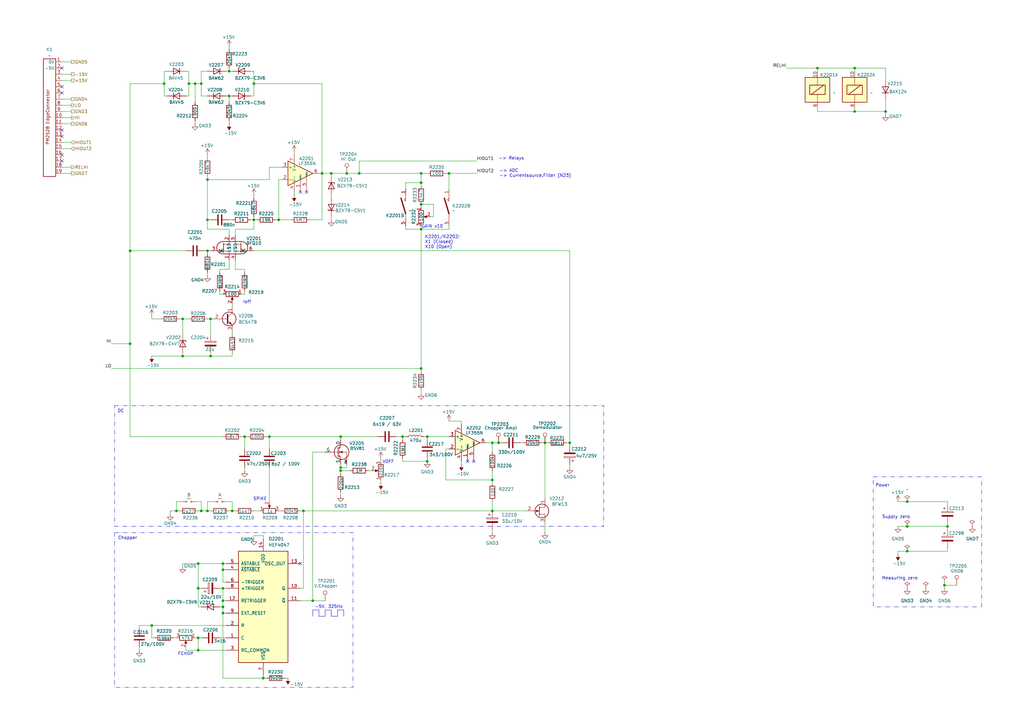
<source format=kicad_sch>
(kicad_sch (version 20250114) (generator "eeschema") (generator_version "9.0")
  (paper "A3")
  (title_block (title "Philips PM2528 - N22 (DC Amplifier)") (date "2025-05-23") (rev "1.1"))
  (rectangle (start 46.99 166.37) (end 247.65 215.9) (stroke (width 0) (type dash_dot_dot)))
  (rectangle (start 46.99 218.44) (end 144.78 281.94) (stroke (width 0) (type dash_dot_dot)))
  (rectangle (start 358.14 195.58) (end 402.59 248.92) (stroke (width 0) (type dash_dot_dot)))
  (text "-> Relays" (at 204.47 65.024 0) (effects (font (size 1.27 1.27)) (justify left)))
  (text "-> ADC\n-> Currentsource.Filter (N23)\n" (at 204.724 71.12 0) (effects (font (size 1.27 1.27)) (justify left)))
  (text "FCHOP" (at 76.2 268.224 0) (effects (font (size 1.27 1.27))))
  (text "SPIKE" (at 106.68 204.724 0) (effects (font (size 1.27 1.27))))
  (text "Supply zero" (at 367.538 212.09 0) (effects (font (size 1.27 1.27))))
  (text "GAIN x10" (at 177.292 92.964 0) (effects (font (size 1.27 1.27))))
  (text "DC" (at 49.53 168.656 0) (effects (font (size 1.27 1.27))))
  (text "K2201/K2202:\nX1 (Closed)\nX10 (Open)" (at 174.244 99.314 0) (effects (font (size 1.27 1.27)) (justify left)))
  (text "VOFF" (at 159.258 189.484 0) (effects (font (size 1.27 1.27))))
  (text "Chopper" (at 52.324 220.726 0) (effects (font (size 1.27 1.27))))
  (text "-5V, 325Hz" (at 134.874 248.92 0) (effects (font (size 1.27 1.27))))
  (text "Power" (at 361.95 199.136 0) (effects (font (size 1.27 1.27))))
  (text "Measuring zero" (at 369.062 237.236 0) (effects (font (size 1.27 1.27))))
  (text "Ioff" (at 101.346 123.952 0) (effects (font (size 1.27 1.27))))
  (junction (at 201.93 196.85))
  (junction (at 335.28 27.94))
  (junction (at 387.35 240.03))
  (junction (at 172.72 74.93))
  (junction (at 350.52 45.72))
  (junction (at 67.31 34.29))
  (junction (at 81.28 231.14))
  (junction (at 100.33 179.07))
  (junction (at 363.22 45.72))
  (junction (at 53.34 140.97))
  (junction (at 91.44 251.46))
  (junction (at 110.49 179.07))
  (junction (at 114.3 90.17))
  (junction (at 91.44 248.92))
  (junction (at 147.32 71.12))
  (junction (at 139.7 191.77))
  (junction (at 201.93 209.55))
  (junction (at 93.98 39.37))
  (junction (at 372.11 215.9))
  (junction (at 132.08 71.12))
  (junction (at 201.93 181.61))
  (junction (at 80.01 34.29))
  (junction (at 139.7 179.07))
  (junction (at 85.09 209.55))
  (junction (at 53.34 102.87))
  (junction (at 139.7 193.04))
  (junction (at 93.98 29.21))
  (junction (at 172.72 83.82))
  (junction (at 107.95 278.13))
  (junction (at 135.89 71.12))
  (junction (at 62.23 256.54))
  (junction (at 95.25 209.55))
  (junction (at 142.24 71.12))
  (junction (at 91.44 246.38))
  (junction (at 372.11 226.06))
  (junction (at 172.72 93.98))
  (junction (at 82.55 34.29))
  (junction (at 91.44 233.68))
  (junction (at 204.47 181.61))
  (junction (at 81.28 241.3))
  (junction (at 175.26 179.07))
  (junction (at 86.36 146.05))
  (junction (at 85.09 102.87))
  (junction (at 124.46 209.55))
  (junction (at 85.09 90.17))
  (junction (at 388.62 215.9))
  (junction (at 223.52 181.61))
  (junction (at 74.93 146.05))
  (junction (at 372.11 205.74))
  (junction (at 81.28 261.62))
  (junction (at 91.44 241.3))
  (junction (at 85.09 73.66))
  (junction (at 104.14 34.29))
  (junction (at 86.36 130.81))
  (junction (at 104.14 90.17))
  (junction (at 91.44 231.14))
  (junction (at 233.68 181.61))
  (junction (at 72.39 209.55))
  (junction (at 350.52 27.94))
  (junction (at 81.28 266.7))
  (junction (at 175.26 189.23))
  (junction (at 77.47 34.29))
  (junction (at 184.15 71.12))
  (junction (at 128.27 246.38))
  (junction (at 172.72 151.13))
  (junction (at 165.1 179.07))
  (junction (at 172.72 71.12))
  (junction (at 82.55 209.55))
  (junction (at 74.93 130.81))
  (no_connect (at 25.4 38.1))
  (no_connect (at 25.4 27.94))
  (no_connect (at 25.4 63.5))
  (no_connect (at 25.4 35.56))
  (no_connect (at 25.4 55.88))
  (no_connect (at 25.4 53.34))
  (no_connect (at 123.19 231.14))
  (no_connect (at 191.77 189.23))
  (no_connect (at 25.4 66.04))
  (no_connect (at 194.31 189.23))
  (no_connect (at 123.19 78.74))
  (no_connect (at 125.73 78.74))
  (wire (pts (xy 85.09 93.98) (xy 85.09 90.17)))
  (wire (pts (xy 93.98 39.37) (xy 93.98 41.91)))
  (wire (pts (xy 182.88 184.15) (xy 182.88 196.85)))
  (wire (pts (xy 93.98 106.68) (xy 93.98 110.49)))
  (wire (pts (xy 189.23 172.72) (xy 189.23 173.99)))
  (polyline (pts (xy 133.35 250.19) (xy 135.89 250.19)))
  (wire (pts (xy 322.58 27.94) (xy 335.28 27.94)))
  (wire (pts (xy 95.25 144.78) (xy 95.25 146.05)))
  (wire (pts (xy 82.55 241.3) (xy 81.28 241.3)))
  (wire (pts (xy 388.62 214.63) (xy 388.62 215.9)))
  (wire (pts (xy 165.1 187.96) (xy 165.1 189.23)))
  (wire (pts (xy 74.93 137.16) (xy 74.93 130.81)))
  (wire (pts (xy 104.14 102.87) (xy 233.68 102.87)))
  (wire (pts (xy 213.36 181.61) (xy 214.63 181.61)))
  (wire (pts (xy 372.11 215.9) (xy 388.62 215.9)))
  (wire (pts (xy 91.44 251.46) (xy 91.44 278.13)))
  (wire (pts (xy 80.01 205.74) (xy 82.55 205.74)))
  (wire (pts (xy 156.21 187.96) (xy 156.21 189.23)))
  (wire (pts (xy 104.14 219.71) (xy 107.95 219.71)))
  (wire (pts (xy 109.22 179.07) (xy 110.49 179.07)))
  (wire (pts (xy 350.52 27.94) (xy 350.52 29.21)))
  (wire (pts (xy 92.71 266.7) (xy 81.28 266.7)))
  (wire (pts (xy 199.39 181.61) (xy 201.93 181.61)))
  (wire (pts (xy 57.15 256.54) (xy 62.23 256.54)))
  (wire (pts (xy 85.09 63.5) (xy 85.09 64.77)))
  (wire (pts (xy 114.3 90.17) (xy 119.38 90.17)))
  (wire (pts (xy 92.71 39.37) (xy 93.98 39.37)))
  (wire (pts (xy 139.7 190.5) (xy 139.7 191.77)))
  (wire (pts (xy 184.15 184.15) (xy 182.88 184.15)))
  (wire (pts (xy 128.27 185.42) (xy 128.27 246.38)))
  (wire (pts (xy 172.72 93.98) (xy 166.37 93.98)))
  (wire (pts (xy 93.98 90.17) (xy 95.25 90.17)))
  (wire (pts (xy 62.23 261.62) (xy 62.23 256.54)))
  (polyline (pts (xy 140.97 250.19) (xy 140.97 252.73)))
  (wire (pts (xy 195.58 66.04) (xy 147.32 66.04)))
  (wire (pts (xy 139.7 201.93) (xy 139.7 203.2)))
  (wire (pts (xy 81.28 209.55) (xy 82.55 209.55)))
  (wire (pts (xy 132.08 71.12) (xy 130.81 71.12)))
  (polyline (pts (xy 128.27 250.19) (xy 130.81 250.19)))
  (wire (pts (xy 335.28 45.72) (xy 350.52 45.72)))
  (wire (pts (xy 91.44 278.13) (xy 107.95 278.13)))
  (wire (pts (xy 110.49 184.15) (xy 110.49 179.07)))
  (wire (pts (xy 165.1 189.23) (xy 175.26 189.23)))
  (wire (pts (xy 115.57 68.58) (xy 110.49 68.58)))
  (wire (pts (xy 25.4 40.64) (xy 29.21 40.64)))
  (wire (pts (xy 77.47 34.29) (xy 80.01 34.29)))
  (wire (pts (xy 139.7 179.07) (xy 139.7 180.34)))
  (wire (pts (xy 90.17 261.62) (xy 92.71 261.62)))
  (wire (pts (xy 74.93 231.14) (xy 81.28 231.14)))
  (wire (pts (xy 172.72 160.02) (xy 172.72 161.29)))
  (wire (pts (xy 176.53 88.9) (xy 177.8 88.9)))
  (wire (pts (xy 165.1 179.07) (xy 166.37 179.07)))
  (wire (pts (xy 62.23 146.05) (xy 74.93 146.05)))
  (wire (pts (xy 82.55 248.92) (xy 81.28 248.92)))
  (wire (pts (xy 100.33 191.77) (xy 100.33 193.04)))
  (wire (pts (xy 90.17 119.38) (xy 90.17 120.65)))
  (wire (pts (xy 139.7 193.04) (xy 143.51 193.04)))
  (wire (pts (xy 182.88 71.12) (xy 184.15 71.12)))
  (wire (pts (xy 85.09 72.39) (xy 85.09 73.66)))
  (wire (pts (xy 85.09 90.17) (xy 86.36 90.17)))
  (wire (pts (xy 107.95 278.13) (xy 107.95 276.86)))
  (wire (pts (xy 165.1 180.34) (xy 165.1 179.07)))
  (wire (pts (xy 110.49 73.66) (xy 85.09 73.66)))
  (wire (pts (xy 87.63 205.74) (xy 85.09 205.74)))
  (wire (pts (xy 151.13 193.04) (xy 152.4 193.04)))
  (wire (pts (xy 124.46 209.55) (xy 201.93 209.55)))
  (wire (pts (xy 91.44 233.68) (xy 91.44 238.76)))
  (wire (pts (xy 123.19 246.38) (xy 128.27 246.38)))
  (wire (pts (xy 67.31 39.37) (xy 68.58 39.37)))
  (wire (pts (xy 96.52 209.55) (xy 95.25 209.55)))
  (wire (pts (xy 25.4 50.8) (xy 29.21 50.8)))
  (wire (pts (xy 62.23 129.54) (xy 62.23 130.81)))
  (wire (pts (xy 96.52 110.49) (xy 100.33 110.49)))
  (wire (pts (xy 72.39 205.74) (xy 72.39 209.55)))
  (wire (pts (xy 132.08 90.17) (xy 132.08 71.12)))
  (wire (pts (xy 80.01 261.62) (xy 81.28 261.62)))
  (wire (pts (xy 76.2 29.21) (xy 77.47 29.21)))
  (wire (pts (xy 184.15 71.12) (xy 195.58 71.12)))
  (wire (pts (xy 93.98 93.98) (xy 93.98 96.52)))
  (wire (pts (xy 92.71 231.14) (xy 91.44 231.14)))
  (wire (pts (xy 189.23 189.23) (xy 189.23 190.5)))
  (wire (pts (xy 25.4 43.18) (xy 29.21 43.18)))
  (wire (pts (xy 116.84 278.13) (xy 118.11 278.13)))
  (wire (pts (xy 74.93 205.74) (xy 72.39 205.74)))
  (wire (pts (xy 172.72 92.71) (xy 172.72 93.98)))
  (polyline (pts (xy 135.89 252.73) (xy 138.43 252.73)))
  (wire (pts (xy 102.87 29.21) (xy 104.14 29.21)))
  (wire (pts (xy 67.31 34.29) (xy 67.31 39.37)))
  (wire (pts (xy 45.72 140.97) (xy 53.34 140.97)))
  (wire (pts (xy 123.19 209.55) (xy 124.46 209.55)))
  (wire (pts (xy 76.2 39.37) (xy 77.47 39.37)))
  (wire (pts (xy 100.33 119.38) (xy 100.33 120.65)))
  (wire (pts (xy 93.98 19.05) (xy 93.98 20.32)))
  (wire (pts (xy 142.24 190.5) (xy 142.24 191.77)))
  (wire (pts (xy 80.01 34.29) (xy 82.55 34.29)))
  (polyline (pts (xy 133.35 252.73) (xy 133.35 250.19)))
  (wire (pts (xy 166.37 77.47) (xy 166.37 74.93)))
  (wire (pts (xy 233.68 182.88) (xy 233.68 181.61)))
  (wire (pts (xy 175.26 180.34) (xy 175.26 179.07)))
  (wire (pts (xy 184.15 71.12) (xy 184.15 77.47)))
  (wire (pts (xy 77.47 29.21) (xy 77.47 34.29)))
  (wire (pts (xy 135.89 71.12) (xy 132.08 71.12)))
  (wire (pts (xy 25.4 30.48) (xy 29.21 30.48)))
  (wire (pts (xy 91.44 248.92) (xy 91.44 251.46)))
  (wire (pts (xy 95.25 205.74) (xy 95.25 209.55)))
  (wire (pts (xy 101.6 179.07) (xy 100.33 179.07)))
  (wire (pts (xy 90.17 110.49) (xy 90.17 111.76)))
  (wire (pts (xy 96.52 93.98) (xy 104.14 93.98)))
  (wire (pts (xy 68.58 29.21) (xy 67.31 29.21)))
  (wire (pts (xy 104.14 209.55) (xy 106.68 209.55)))
  (wire (pts (xy 387.35 240.03) (xy 392.43 240.03)))
  (wire (pts (xy 387.35 240.03) (xy 387.35 241.3)))
  (wire (pts (xy 114.3 209.55) (xy 115.57 209.55)))
  (wire (pts (xy 85.09 102.87) (xy 85.09 104.14)))
  (wire (pts (xy 147.32 71.12) (xy 172.72 71.12)))
  (wire (pts (xy 102.87 39.37) (xy 104.14 39.37)))
  (wire (pts (xy 124.46 209.55) (xy 124.46 241.3)))
  (wire (pts (xy 110.49 205.74) (xy 110.49 191.77)))
  (wire (pts (xy 107.95 219.71) (xy 107.95 220.98)))
  (wire (pts (xy 92.71 29.21) (xy 93.98 29.21)))
  (wire (pts (xy 83.82 102.87) (xy 85.09 102.87)))
  (wire (pts (xy 110.49 68.58) (xy 110.49 73.66)))
  (wire (pts (xy 104.14 90.17) (xy 105.41 90.17)))
  (wire (pts (xy 201.93 193.04) (xy 201.93 196.85)))
  (wire (pts (xy 76.2 266.7) (xy 76.2 265.43)))
  (wire (pts (xy 201.93 181.61) (xy 204.47 181.61)))
  (wire (pts (xy 85.09 209.55) (xy 86.36 209.55)))
  (wire (pts (xy 95.25 135.89) (xy 95.25 137.16)))
  (wire (pts (xy 74.93 144.78) (xy 74.93 146.05)))
  (wire (pts (xy 25.4 71.12) (xy 29.21 71.12)))
  (wire (pts (xy 104.14 34.29) (xy 104.14 29.21)))
  (wire (pts (xy 82.55 29.21) (xy 82.55 34.29)))
  (wire (pts (xy 90.17 241.3) (xy 91.44 241.3)))
  (wire (pts (xy 25.4 68.58) (xy 29.21 68.58)))
  (wire (pts (xy 128.27 246.38) (xy 133.35 246.38)))
  (wire (pts (xy 93.98 27.94) (xy 93.98 29.21)))
  (wire (pts (xy 90.17 120.65) (xy 91.44 120.65)))
  (wire (pts (xy 62.23 256.54) (xy 92.71 256.54)))
  (wire (pts (xy 368.3 215.9) (xy 372.11 215.9)))
  (wire (pts (xy 127 90.17) (xy 132.08 90.17)))
  (wire (pts (xy 387.35 238.76) (xy 387.35 240.03)))
  (polyline (pts (xy 135.89 250.19) (xy 135.89 252.73)))
  (wire (pts (xy 93.98 49.53) (xy 93.98 50.8)))
  (polyline (pts (xy 138.43 250.19) (xy 140.97 250.19)))
  (wire (pts (xy 135.89 80.01) (xy 135.89 81.28)))
  (wire (pts (xy 172.72 71.12) (xy 175.26 71.12)))
  (wire (pts (xy 110.49 179.07) (xy 139.7 179.07)))
  (wire (pts (xy 82.55 39.37) (xy 85.09 39.37)))
  (wire (pts (xy 95.25 205.74) (xy 92.71 205.74)))
  (wire (pts (xy 85.09 113.03) (xy 85.09 111.76)))
  (wire (pts (xy 74.93 232.41) (xy 74.93 231.14)))
  (wire (pts (xy 104.14 93.98) (xy 104.14 90.17)))
  (wire (pts (xy 92.71 233.68) (xy 91.44 233.68)))
  (wire (pts (xy 388.62 215.9) (xy 388.62 217.17)))
  (wire (pts (xy 25.4 48.26) (xy 29.21 48.26)))
  (wire (pts (xy 132.08 71.12) (xy 132.08 34.29)))
  (wire (pts (xy 172.72 93.98) (xy 172.72 151.13)))
  (wire (pts (xy 172.72 151.13) (xy 172.72 152.4)))
  (wire (pts (xy 114.3 73.66) (xy 114.3 90.17)))
  (wire (pts (xy 172.72 83.82) (xy 172.72 85.09)))
  (wire (pts (xy 135.89 88.9) (xy 135.89 90.17)))
  (wire (pts (xy 139.7 194.31) (xy 139.7 193.04)))
  (wire (pts (xy 222.25 181.61) (xy 223.52 181.61)))
  (wire (pts (xy 135.89 71.12) (xy 142.24 71.12)))
  (wire (pts (xy 90.17 248.92) (xy 91.44 248.92)))
  (wire (pts (xy 53.34 140.97) (xy 53.34 179.07)))
  (wire (pts (xy 91.44 241.3) (xy 91.44 246.38)))
  (wire (pts (xy 132.08 34.29) (xy 104.14 34.29)))
  (wire (pts (xy 104.14 80.01) (xy 104.14 81.28)))
  (wire (pts (xy 184.15 93.98) (xy 172.72 93.98)))
  (wire (pts (xy 82.55 34.29) (xy 82.55 39.37)))
  (wire (pts (xy 139.7 179.07) (xy 154.94 179.07)))
  (wire (pts (xy 166.37 92.71) (xy 166.37 93.98)))
  (wire (pts (xy 104.14 88.9) (xy 104.14 90.17)))
  (wire (pts (xy 177.8 83.82) (xy 172.72 83.82)))
  (wire (pts (xy 156.21 196.85) (xy 156.21 198.12)))
  (polyline (pts (xy 128.27 252.73) (xy 128.27 250.19)))
  (polyline (pts (xy 130.81 252.73) (xy 133.35 252.73)))
  (wire (pts (xy 91.44 246.38) (xy 92.71 246.38)))
  (wire (pts (xy 109.22 278.13) (xy 107.95 278.13)))
  (wire (pts (xy 177.8 88.9) (xy 177.8 83.82)))
  (wire (pts (xy 91.44 231.14) (xy 91.44 233.68)))
  (wire (pts (xy 184.15 92.71) (xy 184.15 93.98)))
  (wire (pts (xy 115.57 73.66) (xy 114.3 73.66)))
  (wire (pts (xy 350.52 44.45) (xy 350.52 45.72)))
  (wire (pts (xy 72.39 209.55) (xy 69.85 209.55)))
  (wire (pts (xy 335.28 44.45) (xy 335.28 45.72)))
  (wire (pts (xy 223.52 214.63) (xy 223.52 218.44)))
  (wire (pts (xy 100.33 179.07) (xy 100.33 184.15)))
  (wire (pts (xy 142.24 191.77) (xy 139.7 191.77)))
  (wire (pts (xy 69.85 209.55) (xy 69.85 210.82)))
  (wire (pts (xy 104.14 220.98) (xy 104.14 219.71)))
  (wire (pts (xy 91.44 246.38) (xy 91.44 248.92)))
  (wire (pts (xy 139.7 191.77) (xy 139.7 193.04)))
  (wire (pts (xy 135.89 72.39) (xy 135.89 71.12)))
  (wire (pts (xy 223.52 181.61) (xy 223.52 204.47)))
  (wire (pts (xy 81.28 231.14) (xy 91.44 231.14)))
  (wire (pts (xy 95.25 209.55) (xy 93.98 209.55)))
  (wire (pts (xy 96.52 106.68) (xy 96.52 110.49)))
  (wire (pts (xy 91.44 238.76) (xy 92.71 238.76)))
  (wire (pts (xy 335.28 27.94) (xy 350.52 27.94)))
  (wire (pts (xy 25.4 45.72) (xy 29.21 45.72)))
  (wire (pts (xy 233.68 190.5) (xy 233.68 191.77)))
  (wire (pts (xy 335.28 29.21) (xy 335.28 27.94)))
  (wire (pts (xy 81.28 241.3) (xy 81.28 231.14)))
  (wire (pts (xy 104.14 90.17) (xy 102.87 90.17)))
  (wire (pts (xy 67.31 29.21) (xy 67.31 34.29)))
  (wire (pts (xy 120.65 78.74) (xy 120.65 80.01)))
  (wire (pts (xy 93.98 29.21) (xy 95.25 29.21)))
  (wire (pts (xy 388.62 207.01) (xy 388.62 205.74)))
  (wire (pts (xy 85.09 102.87) (xy 86.36 102.87)))
  (wire (pts (xy 363.22 40.64) (xy 363.22 45.72)))
  (wire (pts (xy 81.28 261.62) (xy 82.55 261.62)))
  (wire (pts (xy 363.22 27.94) (xy 363.22 33.02)))
  (polyline (pts (xy 138.43 252.73) (xy 138.43 250.19)))
  (wire (pts (xy 85.09 205.74) (xy 85.09 209.55)))
  (wire (pts (xy 201.93 205.74) (xy 201.93 209.55)))
  (wire (pts (xy 204.47 181.61) (xy 205.74 181.61)))
  (wire (pts (xy 53.34 179.07) (xy 91.44 179.07)))
  (wire (pts (xy 57.15 256.54) (xy 57.15 257.81)))
  (wire (pts (xy 388.62 224.79) (xy 388.62 226.06)))
  (wire (pts (xy 172.72 74.93) (xy 172.72 76.2)))
  (wire (pts (xy 173.99 179.07) (xy 175.26 179.07)))
  (wire (pts (xy 25.4 33.02) (xy 29.21 33.02)))
  (wire (pts (xy 142.24 71.12) (xy 147.32 71.12)))
  (polyline (pts (xy 130.81 250.19) (xy 130.81 252.73)))
  (wire (pts (xy 25.4 25.4) (xy 29.21 25.4)))
  (wire (pts (xy 372.11 226.06) (xy 388.62 226.06)))
  (wire (pts (xy 189.23 172.72) (xy 184.15 172.72)))
  (wire (pts (xy 120.65 62.23) (xy 120.65 63.5)))
  (wire (pts (xy 372.11 205.74) (xy 368.3 205.74)))
  (wire (pts (xy 95.25 146.05) (xy 86.36 146.05)))
  (wire (pts (xy 86.36 137.16) (xy 86.36 130.81)))
  (wire (pts (xy 104.14 39.37) (xy 104.14 34.29)))
  (wire (pts (xy 73.66 209.55) (xy 72.39 209.55)))
  (wire (pts (xy 86.36 146.05) (xy 86.36 144.78)))
  (wire (pts (xy 53.34 34.29) (xy 53.34 102.87)))
  (wire (pts (xy 350.52 27.94) (xy 363.22 27.94)))
  (wire (pts (xy 93.98 110.49) (xy 90.17 110.49)))
  (wire (pts (xy 233.68 102.87) (xy 233.68 181.61)))
  (wire (pts (xy 96.52 96.52) (xy 96.52 93.98)))
  (wire (pts (xy 201.93 185.42) (xy 201.93 181.61)))
  (wire (pts (xy 99.06 179.07) (xy 100.33 179.07)))
  (wire (pts (xy 175.26 187.96) (xy 175.26 189.23)))
  (wire (pts (xy 62.23 130.81) (xy 66.04 130.81)))
  (wire (pts (xy 166.37 74.93) (xy 172.72 74.93)))
  (wire (pts (xy 372.11 226.06) (xy 368.3 226.06)))
  (wire (pts (xy 100.33 110.49) (xy 100.33 111.76)))
  (wire (pts (xy 182.88 196.85) (xy 201.93 196.85)))
  (wire (pts (xy 63.5 261.62) (xy 62.23 261.62)))
  (wire (pts (xy 45.72 151.13) (xy 172.72 151.13)))
  (wire (pts (xy 74.93 130.81) (xy 77.47 130.81)))
  (wire (pts (xy 350.52 45.72) (xy 363.22 45.72)))
  (wire (pts (xy 201.93 196.85) (xy 201.93 198.12)))
  (wire (pts (xy 372.11 205.74) (xy 388.62 205.74)))
  (wire (pts (xy 113.03 90.17) (xy 114.3 90.17)))
  (wire (pts (xy 95.25 124.46) (xy 95.25 125.73)))
  (wire (pts (xy 73.66 130.81) (xy 74.93 130.81)))
  (wire (pts (xy 92.71 241.3) (xy 91.44 241.3)))
  (wire (pts (xy 25.4 58.42) (xy 29.21 58.42)))
  (wire (pts (xy 81.28 261.62) (xy 81.28 266.7)))
  (wire (pts (xy 93.98 39.37) (xy 95.25 39.37)))
  (wire (pts (xy 25.4 60.96) (xy 29.21 60.96)))
  (wire (pts (xy 172.72 71.12) (xy 172.72 74.93)))
  (wire (pts (xy 175.26 179.07) (xy 184.15 179.07)))
  (wire (pts (xy 93.98 93.98) (xy 85.09 93.98)))
  (wire (pts (xy 123.19 241.3) (xy 124.46 241.3)))
  (wire (pts (xy 85.09 73.66) (xy 85.09 90.17)))
  (wire (pts (xy 201.93 217.17) (xy 201.93 218.44)))
  (wire (pts (xy 71.12 261.62) (xy 72.39 261.62)))
  (wire (pts (xy 128.27 185.42) (xy 133.35 185.42)))
  (wire (pts (xy 53.34 140.97) (xy 53.34 102.87)))
  (wire (pts (xy 82.55 29.21) (xy 85.09 29.21)))
  (wire (pts (xy 82.55 209.55) (xy 85.09 209.55)))
  (wire (pts (xy 233.68 181.61) (xy 232.41 181.61)))
  (wire (pts (xy 223.52 181.61) (xy 224.79 181.61)))
  (wire (pts (xy 82.55 205.74) (xy 82.55 209.55)))
  (wire (pts (xy 85.09 130.81) (xy 86.36 130.81)))
  (wire (pts (xy 80.01 49.53) (xy 80.01 50.8)))
  (wire (pts (xy 81.28 248.92) (xy 81.28 241.3)))
  (wire (pts (xy 162.56 179.07) (xy 165.1 179.07)))
  (wire (pts (xy 91.44 251.46) (xy 92.71 251.46)))
  (wire (pts (xy 363.22 45.72) (xy 363.22 46.99)))
  (wire (pts (xy 201.93 209.55) (xy 215.9 209.55)))
  (wire (pts (xy 76.2 266.7) (xy 81.28 266.7)))
  (wire (pts (xy 57.15 265.43) (xy 57.15 266.7)))
  (wire (pts (xy 77.47 34.29) (xy 77.47 39.37)))
  (wire (pts (xy 53.34 102.87) (xy 76.2 102.87)))
  (wire (pts (xy 86.36 130.81) (xy 87.63 130.81)))
  (wire (pts (xy 147.32 66.04) (xy 147.32 71.12)))
  (wire (pts (xy 100.33 120.65) (xy 99.06 120.65)))
  (wire (pts (xy 74.93 146.05) (xy 86.36 146.05)))
  (wire (pts (xy 368.3 226.06) (xy 368.3 227.33)))
  (wire (pts (xy 67.31 34.29) (xy 53.34 34.29)))
  (wire (pts (xy 80.01 34.29) (xy 80.01 41.91)))
  (label "HI" (at 45.72 140.97 180))
  (label "RELHI" (at 322.58 27.94 180))
  (label "HIOUT1" (at 195.58 66.04 0))
  (label "LO" (at 45.72 151.13 180))
  (label "HIOUT2" (at 195.58 71.12 0))
  (hierarchical_label "GND5" (shape passive) (at 29.21 25.4 0))
  (hierarchical_label "HIOUT2" (shape input) (at 29.21 60.96 0))
  (hierarchical_label "GND4" (shape passive) (at 29.21 40.64 0))
  (hierarchical_label "HI" (shape output) (at 29.21 48.26 0))
  (hierarchical_label "RELHI" (shape output) (at 29.21 68.58 0))
  (hierarchical_label "GND6" (shape passive) (at 29.21 50.8 0))
  (hierarchical_label "GND3" (shape passive) (at 29.21 45.72 0))
  (hierarchical_label "GND7" (shape passive) (at 29.21 71.12 0))
  (hierarchical_label "LO" (shape output) (at 29.21 43.18 0))
  (hierarchical_label "HIOUT1" (shape input) (at 29.21 58.42 0))
  (hierarchical_label "-15V" (shape passive) (at 29.21 30.48 0))
  (hierarchical_label "+15V" (shape passive) (at 29.21 33.02 0))
  (symbol (lib_id "Jumper:Jumper_2_Small_Open") (at 90.17 205.74 0) (unit 1)
    (property "Reference" "JP2" (effects (hide yes)))
    (property "Value" "A" (at 90.17 202.946 0))
    (property "Footprint" "TestPoint:TestPoint_Bridge_Pitch2.54mm_Drill1.0mm" (effects (hide yes)))
    (property "Description" "Jumper, 2-pole, small symbol, open" (effects (hide yes)))
  )
  (symbol (lib_id "power:GND3") (at 74.93 232.41 0) (unit 1)
    (property "Reference" "#PWR01" (effects (hide yes)))
    (property "Value" "GND5" (at 77.978 232.156 0))
    (property "Description" "Power symbol creates a global label with name \"GND3\" , ground" (effects (hide yes)))
  )
  (symbol (lib_id "power:PWR_FLAG") (at 372.11 226.06 0) (unit 1)
    (property "Reference" "#FLG05" (effects (hide yes)))
    (property "Description" "Special symbol for telling ERC where power comes from" (effects (hide yes)))
  )
  (symbol (lib_id "Device:C") (at 100.33 187.96 180) (unit 1)
    (property "Reference" "C2202" (at 100.838 185.928 0) (effects (justify right)))
    (property "Value" "47n/250V" (at 101.092 190.246 0) (effects (justify right)))
    (property "Footprint" "Capacitor_THT:C_Rect_L10.0mm_W4.0mm_P7.50mm_FKS3_FKP3" (effects (hide yes)))
    (property "Description" "Unpolarized capacitor" (effects (hide yes)))
  )
  (symbol (lib_id "Device:R") (at 201.93 189.23 0) (unit 1)
    (property "Reference" "R2226" (at 203.708 191.008 0) (effects (justify left)))
    (property "Value" "100k" (at 201.93 191.77 90) (effects (justify left)))
    (property "Footprint" "Resistor_THT:R_Axial_DIN0207_L6.3mm_D2.5mm_P10.16mm_Horizontal" (effects (hide yes)))
    (property "Description" "Resistor" (effects (hide yes)))
  )
  (symbol (lib_id "power:+15V") (at 93.98 19.05 0) (unit 1)
    (property "Reference" "#PWR029" (effects (hide yes)))
    (property "Value" "+15V" (at 93.726 15.24 0))
    (property "Description" "Power symbol creates a global label with name \"+15V\"" (effects (hide yes)))
  )
  (symbol (lib_id "power:GND3") (at 85.09 113.03 0) (unit 1)
    (property "Reference" "#PWR023" (effects (hide yes)))
    (property "Value" "GND4" (at 81.026 114.808 0))
    (property "Description" "Power symbol creates a global label with name \"GND3\" , ground" (effects (hide yes)))
  )
  (symbol (lib_id "power:-15V") (at 120.65 80.01 180) (unit 1)
    (property "Reference" "#PWR027" (effects (hide yes)))
    (property "Value" "-15V" (at 121.158 83.82 0))
    (property "Description" "Power symbol creates a global label with name \"-15V\"" (effects (hide yes)))
  )
  (symbol (lib_id "Device:C") (at 86.36 261.62 90) (unit 1)
    (property "Reference" "C2206" (at 86.36 258.318 90))
    (property "Value" "3n16" (at 90.17 262.89 90))
    (property "Footprint" "Capacitor_THT:C_Axial_L3.8mm_D2.6mm_P15.00mm_Horizontal" (effects (hide yes)))
    (property "Description" "Unpolarized capacitor" (effects (hide yes)))
  )
  (symbol (lib_id "power:+15V") (at 104.14 80.01 0) (unit 1)
    (property "Reference" "#PWR025" (effects (hide yes)))
    (property "Value" "+15V" (at 103.886 76.2 0))
    (property "Description" "Power symbol creates a global label with name \"+15V\"" (effects (hide yes)))
  )
  (symbol (lib_id "power:GND3") (at 57.15 266.7 0) (unit 1)
    (property "Reference" "#PWR02" (effects (hide yes)))
    (property "Value" "GND3" (at 57.15 271.018 0))
    (property "Description" "Power symbol creates a global label with name \"GND3\" , ground" (effects (hide yes)))
  )
  (symbol (lib_id "Device:R") (at 123.19 90.17 90) (unit 1)
    (property "Reference" "R2228" (at 123.19 87.63 90))
    (property "Value" "4M7" (at 123.19 90.17 90))
    (property "Footprint" "Resistor_THT:R_Axial_DIN0207_L6.3mm_D2.5mm_P10.16mm_Horizontal" (effects (hide yes)))
    (property "Description" "Resistor" (effects (hide yes)))
  )
  (symbol (lib_id "Amplifier_Operational:LF355") (at 123.19 71.12 0) (unit 1)
    (property "Reference" "A2201" (at 125.73 65.024 0))
    (property "Value" "LF355N" (at 125.984 67.056 0))
    (property "Footprint" "Package_DIP:DIP-8_W7.62mm" (effects (hide yes)))
    (property "Datasheet" "http://www.ti.com/lit/ds/symlink/lf357.pdf" (effects (hide yes)))
    (property "Description" "Single JFET Input Operational Amplifiers, DIP-8/SOIC-8" (effects (hide yes)))
  )
  (symbol (lib_id "Device:D_Zener") (at 74.93 140.97 270) (unit 1)
    (property "Reference" "V2202" (at 68.072 138.43 90) (effects (justify left)))
    (property "Value" "BZX79-C4V7" (at 61.214 140.97 90) (effects (justify left)))
    (property "Footprint" "Diode_THT:D_DO-35_SOD27_P10.16mm_Horizontal" (effects (hide yes)))
    (property "Description" "Zener diode" (effects (hide yes)))
  )
  (symbol (lib_id "Device:R") (at 80.01 45.72 180) (unit 1)
    (property "Reference" "R2212" (at 75.438 47.498 0))
    (property "Value" "909" (at 80.01 45.72 90))
    (property "Footprint" "Resistor_THT:R_Axial_DIN0207_L6.3mm_D2.5mm_P10.16mm_Horizontal" (effects (hide yes)))
    (property "Description" "Resistor" (effects (hide yes)))
  )
  (symbol (lib_id "Device:R") (at 100.33 115.57 0) (unit 1)
    (property "Reference" "R2219" (at 101.854 119.888 0) (effects (justify left)))
    (property "Value" "82R5" (at 100.584 117.856 90) (effects (justify left)))
    (property "Footprint" "Resistor_THT:R_Axial_DIN0207_L6.3mm_D2.5mm_P10.16mm_Horizontal" (effects (hide yes)))
    (property "Description" "Resistor" (effects (hide yes)))
  )
  (symbol (lib_id "power:GND") (at 387.35 241.3 0) (unit 1)
    (property "Reference" "#PWR011" (effects (hide yes)))
    (property "Value" "GND6" (at 387.35 246.38 0))
    (property "Description" "Power symbol creates a global label with name \"GND\" , ground" (effects (hide yes)))
  )
  (symbol (lib_id "Device:R") (at 69.85 130.81 90) (unit 1)
    (property "Reference" "R2203" (at 69.85 128.27 90))
    (property "Value" "20k5" (at 69.85 130.81 90))
    (property "Footprint" "Resistor_THT:R_Axial_DIN0207_L6.3mm_D2.5mm_P10.16mm_Horizontal" (effects (hide yes)))
    (property "Description" "Resistor" (effects (hide yes)))
  )
  (symbol (lib_id "power:GND") (at 368.3 215.9 0) (unit 1)
    (property "Reference" "#PWR08" (effects (hide yes)))
    (property "Value" "GND5" (at 368.3 220.98 0))
    (property "Description" "Power symbol creates a global label with name \"GND\" , ground" (effects (hide yes)))
  )
  (symbol (lib_id "Amplifier_Operational:LF355") (at 191.77 181.61 0) (unit 1)
    (property "Reference" "A2202" (at 194.31 175.514 0))
    (property "Value" "LF355N" (at 194.564 177.546 0))
    (property "Footprint" "Package_DIP:DIP-8_W7.62mm" (effects (hide yes)))
    (property "Datasheet" "http://www.ti.com/lit/ds/symlink/lf357.pdf" (effects (hide yes)))
    (property "Description" "Single JFET Input Operational Amplifiers, DIP-8/SOIC-8" (effects (hide yes)))
  )
  (symbol (lib_id "Device:D_Zener") (at 135.89 85.09 90) (unit 1)
    (property "Reference" "V2214" (at 143.51 84.074 90) (effects (justify left)))
    (property "Value" "BZX79-C5V1" (at 150.114 86.36 90) (effects (justify left)))
    (property "Footprint" "Diode_THT:D_DO-35_SOD27_P12.70mm_Horizontal" (effects (hide yes)))
    (property "Description" "Zener diode" (effects (hide yes)))
  )
  (symbol (lib_id "Connector:TestPoint") (at 142.24 71.12 0) (unit 1)
    (property "Reference" "TP2204" (at 139.192 63.246 0) (effects (justify left)))
    (property "Value" "Hi Out" (at 139.7 65.278 0) (effects (justify left)))
    (property "Footprint" "Connector_Pin:Pin_D0.9mm_L10.0mm_W2.4mm_FlatFork" (effects (hide yes)))
    (property "Description" "test point" (effects (hide yes)))
  )
  (symbol (lib_id "Device:R") (at 165.1 184.15 0) (unit 1)
    (property "Reference" "R2222" (at 162.306 186.944 90) (effects (justify left)))
    (property "Value" "1M1" (at 165.354 186.436 90) (effects (justify left)))
    (property "Footprint" "Resistor_THT:R_Axial_DIN0207_L6.3mm_D2.5mm_P10.16mm_Horizontal" (effects (hide yes)))
    (property "Description" "Resistor" (effects (hide yes)))
  )
  (symbol (lib_id "power:GND3") (at 80.01 50.8 0) (unit 1)
    (property "Reference" "#PWR031" (effects (hide yes)))
    (property "Value" "GND3" (at 84.074 51.562 0))
    (property "Description" "Power symbol creates a global label with name \"GND3\" , ground" (effects (hide yes)))
  )
  (symbol (lib_id "PM2528:FET_Dual") (at 95.25 101.6 0) (unit 1)
    (property "Reference" "V2201" (at 104.14 97.8214 0))
    (property "Value" "BFQ10" (at 104.14 99.7265 0))
    (property "Footprint" "Package_TO_SOT_THT:TO-75-6" (effects (hide yes)))
  )
  (symbol (lib_id "Device:R") (at 67.31 261.62 90) (unit 1)
    (property "Reference" "R2220" (at 67.31 258.826 90))
    (property "Value" "196k" (at 67.31 261.874 90))
    (property "Footprint" "Resistor_THT:R_Axial_DIN0207_L6.3mm_D2.5mm_P10.16mm_Horizontal" (effects (hide yes)))
    (property "Description" "Resistor" (effects (hide yes)))
  )
  (symbol (lib_id "power:+15V") (at 62.23 129.54 0) (unit 1)
    (property "Reference" "#PWR035" (effects (hide yes)))
    (property "Value" "+15V" (at 61.976 125.73 0))
    (property "Description" "Power symbol creates a global label with name \"+15V\"" (effects (hide yes)))
  )
  (symbol (lib_id "Device:R") (at 90.17 115.57 0) (unit 1)
    (property "Reference" "R2207" (at 82.804 119.38 0) (effects (justify left)))
    (property "Value" "82R5" (at 90.424 118.11 90) (effects (justify left)))
    (property "Footprint" "Resistor_THT:R_Axial_DIN0207_L6.3mm_D2.5mm_P10.16mm_Horizontal" (effects (hide yes)))
    (property "Description" "Resistor" (effects (hide yes)))
  )
  (symbol (lib_id "Device:R") (at 113.03 278.13 90) (unit 1)
    (property "Reference" "R2230" (at 113.03 275.59 90))
    (property "Value" "9k09" (at 113.03 278.13 90))
    (property "Footprint" "Resistor_THT:R_Axial_DIN0207_L6.3mm_D2.5mm_P10.16mm_Horizontal" (effects (hide yes)))
    (property "Description" "Resistor" (effects (hide yes)))
  )
  (symbol (lib_id "Device:C") (at 90.17 90.17 90) (unit 1)
    (property "Reference" "C2205" (at 89.916 86.614 90))
    (property "Value" "880n" (at 93.98 92.202 90))
    (property "Footprint" "Capacitor_THT:C_Rect_L18.0mm_W5.0mm_P15.00mm_FKS3_FKP3" (effects (hide yes)))
    (property "Description" "Unpolarized capacitor" (effects (hide yes)))
  )
  (symbol (lib_id "Device:R") (at 201.93 201.93 0) (unit 1)
    (property "Reference" "R2227" (at 204.47 200.6599 0) (effects (justify left)))
    (property "Value" "100" (at 202.184 203.708 90) (effects (justify left)))
    (property "Footprint" "Resistor_THT:R_Axial_DIN0207_L6.3mm_D2.5mm_P10.16mm_Horizontal" (effects (hide yes)))
    (property "Description" "Resistor" (effects (hide yes)))
  )
  (symbol (lib_id "Device:R") (at 105.41 179.07 90) (unit 1)
    (property "Reference" "R2204" (at 105.41 176.53 90))
    (property "Value" "100k" (at 105.41 179.07 90))
    (property "Footprint" "Resistor_THT:R_Axial_DIN0207_L6.3mm_D2.5mm_P10.16mm_Horizontal" (effects (hide yes)))
    (property "Description" "Resistor" (effects (hide yes)))
  )
  (symbol (lib_id "Connector:TestPoint") (at 392.43 240.03 0) (unit 1)
    (property "Reference" "TP2205" (at 389.382 232.156 0) (effects (justify left)))
    (property "Value" "GND6" (at 389.89 234.188 0) (effects (justify left)))
    (property "Footprint" "Connector_Pin:Pin_D0.9mm_L10.0mm_W2.4mm_FlatFork" (effects (hide yes)))
    (property "Description" "test point" (effects (hide yes)))
  )
  (symbol (lib_id "Device:R") (at 228.6 181.61 90) (unit 1)
    (property "Reference" "R2231" (at 228.6 179.578 90))
    (property "Value" "681k" (at 228.6 181.864 90))
    (property "Footprint" "Resistor_THT:R_Axial_DIN0207_L6.3mm_D2.5mm_P10.16mm_Horizontal" (effects (hide yes)))
    (property "Description" "Resistor" (effects (hide yes)))
  )
  (symbol (lib_id "Device:R_Potentiometer") (at 156.21 193.04 180) (unit 1)
    (property "Reference" "R2217" (at 157.48 194.818 0) (effects (justify right)))
    (property "Value" "220k" (at 156.21 195.326 90) (effects (justify right)))
    (property "Footprint" "PM2528:Potentiometer horizontal ceramic" (effects (hide yes)))
    (property "Description" "Potentiometer" (effects (hide yes)))
  )
  (symbol (lib_id "power:-15V") (at 189.23 190.5 180) (unit 1)
    (property "Reference" "#PWR015" (effects (hide yes)))
    (property "Value" "-15V" (at 189.738 194.31 0))
    (property "Description" "Power symbol creates a global label with name \"-15V\"" (effects (hide yes)))
  )
  (symbol (lib_id "power:PWR_FLAG") (at 398.78 215.9 0) (unit 1)
    (property "Reference" "#FLG06" (effects (hide yes)))
    (property "Description" "Special symbol for telling ERC where power comes from" (effects (hide yes)))
  )
  (symbol (lib_id "Device:C") (at 80.01 102.87 90) (unit 1)
    (property "Reference" "C2201" (at 80.01 95.25 90))
    (property "Value" "470n" (at 80.01 97.79 90))
    (property "Footprint" "Capacitor_THT:C_Rect_L18.0mm_W6.0mm_P15.00mm_FKS3_FKP3" (effects (hide yes)))
    (property "Description" "Unpolarized capacitor" (effects (hide yes)))
  )
  (symbol (lib_id "Device:R") (at 119.38 209.55 90) (unit 1)
    (property "Reference" "R2208" (at 119.126 212.344 90))
    (property "Value" "20k5" (at 119.38 209.55 90))
    (property "Footprint" "Resistor_THT:R_Axial_DIN0207_L6.3mm_D2.5mm_P10.16mm_Horizontal" (effects (hide yes)))
    (property "Description" "Resistor" (effects (hide yes)))
  )
  (symbol (lib_id "power:-15V") (at 118.11 278.13 180) (unit 1)
    (property "Reference" "#PWR04" (effects (hide yes)))
    (property "Value" "-15V" (at 121.666 280.67 0))
    (property "Description" "Power symbol creates a global label with name \"-15V\"" (effects (hide yes)))
  )
  (symbol (lib_id "Device:C") (at 158.75 179.07 90) (unit 1)
    (property "Reference" "C2207" (at 158.75 171.45 90))
    (property "Value" "6n19 / 63V" (at 158.75 173.99 90))
    (property "Footprint" "Capacitor_THT:C_Axial_L3.8mm_D2.6mm_P15.00mm_Horizontal" (effects (hide yes)))
    (property "Description" "Unpolarized capacitor" (effects (hide yes)))
  )
  (symbol (lib_id "power:GND") (at 372.11 241.3 0) (unit 1)
    (property "Reference" "#PWR07" (effects (hide yes)))
    (property "Value" "GND3" (at 372.11 246.38 0))
    (property "Description" "Power symbol creates a global label with name \"GND\" , ground" (effects (hide yes)))
  )
  (symbol (lib_id "power:-15V") (at 62.23 146.05 180) (unit 1)
    (property "Reference" "#PWR037" (effects (hide yes)))
    (property "Value" "-15V" (at 62.738 149.86 0))
    (property "Description" "Power symbol creates a global label with name \"-15V\"" (effects (hide yes)))
  )
  (symbol (lib_id "PM2528:RelaisSingleSplit") (at 337.82 39.37 0) (unit 1)
    (property "Reference" "K2201" (at 336.296 30.734 0) (effects (justify left)))
    (property "Value" "~" (at 341.63 38.1 0) (effects (justify left)))
    (property "Footprint" "PM2528:Reed relay assy" (effects (hide yes)))
  )
  (symbol (lib_id "Device:C_Polarized") (at 388.62 210.82 0) (unit 1)
    (property "Reference" "C2213" (at 389.128 208.534 0) (effects (justify left)))
    (property "Value" "C_Polarized" (effects (hide yes)))
    (property "Footprint" "Capacitor_THT:C_Disc_D4.7mm_W2.5mm_P5.00mm" (effects (hide yes)))
    (property "Description" "Polarized capacitor" (effects (hide yes)))
  )
  (symbol (lib_id "Device:C_Polarized") (at 388.62 220.98 0) (unit 1)
    (property "Reference" "C2298" (at 389.128 218.694 0) (effects (justify left)))
    (property "Value" "C_Polarized" (effects (hide yes)))
    (property "Footprint" "Capacitor_THT:C_Disc_D4.7mm_W2.5mm_P5.00mm" (effects (hide yes)))
    (property "Description" "Polarized capacitor" (effects (hide yes)))
  )
  (symbol (lib_id "PM2528:RelaisSingleSplit") (at 353.06 39.37 0) (unit 1)
    (property "Reference" "K2202" (at 351.536 30.734 0) (effects (justify left)))
    (property "Value" "~" (at 356.87 38.1 0) (effects (justify left)))
    (property "Footprint" "PM2528:Reed relay assy" (effects (hide yes)))
  )
  (symbol (lib_id "power:GND3") (at 69.85 210.82 0) (unit 1)
    (property "Reference" "#PWR03" (effects (hide yes)))
    (property "Value" "GND4" (at 69.85 214.63 0))
    (property "Description" "Power symbol creates a global label with name \"GND3\" , ground" (effects (hide yes)))
  )
  (symbol (lib_id "4xxx:4047") (at 107.95 248.92 0) (unit 1)
    (property "Reference" "D2201" (at 110.1441 220.98 0) (effects (justify left)))
    (property "Value" "HEF4047" (at 110.1441 223.52 0) (effects (justify left)))
    (property "Footprint" "Package_DIP:DIP-14_W7.62mm" (effects (hide yes)))
    (property "Datasheet" "https://www.ti.com/lit/ds/symlink/cd4047b.pdf" (effects (hide yes)))
    (property "Description" "Monostable/Astable Multivibrator" (effects (hide yes)))
  )
  (symbol (lib_id "Device:D_Zener") (at 99.06 29.21 0) (unit 1)
    (property "Reference" "V2209" (at 96.52 26.67 0) (effects (justify left)))
    (property "Value" "BZX79-C3V6" (at 96.266 32.004 0) (effects (justify left)))
    (property "Footprint" "Diode_THT:D_DO-35_SOD27_P10.16mm_Horizontal" (effects (hide yes)))
    (property "Description" "Zener diode" (effects (hide yes)))
  )
  (symbol (lib_id "power:GND3") (at 363.22 46.99 0) (unit 1)
    (property "Reference" "#PWR032" (effects (hide yes)))
    (property "Value" "GND7" (at 367.284 47.752 0))
    (property "Description" "Power symbol creates a global label with name \"GND3\" , ground" (effects (hide yes)))
  )
  (symbol (lib_id "Device:R") (at 85.09 68.58 180) (unit 1)
    (property "Reference" "R2205" (at 82.55 68.58 90))
    (property "Value" "48k7" (at 85.09 68.58 90))
    (property "Footprint" "Resistor_THT:R_Axial_DIN0207_L6.3mm_D2.5mm_P10.16mm_Horizontal" (effects (hide yes)))
    (property "Description" "Resistor" (effects (hide yes)))
  )
  (symbol (lib_id "Simulation_SPICE:NMOS_Substrate") (at 137.16 185.42 0) (unit 1)
    (property "Reference" "V2205" (at 143.256 181.864 0) (effects (justify left)))
    (property "Value" "BSV81" (at 143.51 183.896 0) (effects (justify left)))
    (property "Footprint" "Package_TO_SOT_THT:TO-72-4" (effects (hide yes)))
    (property "Datasheet" "https://ngspice.sourceforge.io/docs/ngspice-html-manual/manual.xhtml#cha_MOSFETs" (effects (hide yes)))
    (property "Description" "N-channel MOSFET symbol with substrate (bulk) pin" (effects (hide yes)))
    (property "Sim.Device" "NMOS" (effects (hide yes)))
    (property "Sim.Type" "MOS1" (effects (hide yes)))
    (property "Sim.Pins" "1=D 2=G 3=S 4=B" (effects (hide yes)))
  )
  (symbol (lib_id "Diode:BAW75") (at 72.39 29.21 180) (unit 1)
    (property "Reference" "V2203" (at 72.39 26.416 0))
    (property "Value" "BAV45" (at 72.136 32.004 0))
    (property "Footprint" "Diode_THT:D_DO-35_SOD27_P5.08mm_Vertical_AnodeUp" (effects (hide yes)))
    (property "Sim.Device" "D" (effects (hide yes)))
    (property "Sim.Pins" "1=K 2=A" (effects (hide yes)))
  )
  (symbol (lib_id "power:PWR_FLAG") (at 372.11 205.74 0) (unit 1)
    (property "Reference" "#FLG04" (effects (hide yes)))
    (property "Value" "~" (at 372.11 200.66 0))
    (property "Description" "Special symbol for telling ERC where power comes from" (effects (hide yes)))
  )
  (symbol (lib_id "Device:R") (at 93.98 45.72 180) (unit 1)
    (property "Reference" "R2224" (at 98.552 47.498 0))
    (property "Value" "20k5" (at 93.98 45.72 90))
    (property "Footprint" "Resistor_THT:R_Axial_DIN0207_L6.3mm_D2.5mm_P10.16mm_Horizontal" (effects (hide yes)))
    (property "Description" "Resistor" (effects (hide yes)))
  )
  (symbol (lib_id "Connector:TestPoint") (at 204.47 181.61 0) (unit 1)
    (property "Reference" "TP2203" (at 201.422 173.99 0) (effects (justify left)))
    (property "Value" "Chopper Ampl" (at 198.628 175.514 0) (effects (justify left)))
    (property "Footprint" "Connector_Pin:Pin_D0.9mm_L10.0mm_W2.4mm_FlatFork" (effects (hide yes)))
    (property "Description" "test point" (effects (hide yes)))
  )
  (symbol (lib_id "power:GND3") (at 201.93 218.44 0) (unit 1)
    (property "Reference" "#PWR05" (effects (hide yes)))
    (property "Value" "GND3" (at 201.93 222.758 0))
    (property "Description" "Power symbol creates a global label with name \"GND3\" , ground" (effects (hide yes)))
  )
  (symbol (lib_id "Device:C_Polarized") (at 233.68 186.69 180) (unit 1)
    (property "Reference" "C2212" (at 237.49 184.15 0))
    (property "Value" "4u7/25V" (at 240.538 186.944 0))
    (property "Footprint" "Capacitor_THT:CP_Radial_Tantal_D4.5mm_P5.00mm" (effects (hide yes)))
    (property "Description" "Polarized capacitor" (effects (hide yes)))
  )
  (symbol (lib_id "power:GND3") (at 233.68 191.77 0) (unit 1)
    (property "Reference" "#PWR016" (effects (hide yes)))
    (property "Value" "GND4" (at 233.68 195.58 0))
    (property "Description" "Power symbol creates a global label with name \"GND3\" , ground" (effects (hide yes)))
  )
  (symbol (lib_id "Device:R") (at 99.06 90.17 90) (unit 1)
    (property "Reference" "R2211" (at 99.06 87.63 90))
    (property "Value" "1k" (at 99.06 90.17 90))
    (property "Footprint" "Resistor_THT:R_Axial_DIN0207_L6.3mm_D2.5mm_P10.16mm_Horizontal" (effects (hide yes)))
    (property "Description" "Resistor" (effects (hide yes)))
  )
  (symbol (lib_id "power:PWR_FLAG") (at 379.73 241.3 0) (unit 1)
    (property "Reference" "#FLG01" (effects (hide yes)))
    (property "Description" "Special symbol for telling ERC where power comes from" (effects (hide yes)))
  )
  (symbol (lib_id "Device:C") (at 175.26 184.15 180) (unit 1)
    (property "Reference" "C2217" (at 175.768 182.118 0) (effects (justify right)))
    (property "Value" "3n3/100V" (at 176.022 186.436 0) (effects (justify right)))
    (property "Footprint" "Capacitor_THT:C_Disc_D4.3mm_W1.9mm_P5.00mm" (effects (hide yes)))
    (property "Description" "Unpolarized capacitor" (effects (hide yes)))
  )
  (symbol (lib_id "Connector:TestPoint") (at 133.35 246.38 0) (unit 1)
    (property "Reference" "TP2201" (at 130.302 238.252 0) (effects (justify left)))
    (property "Value" "V.Chopper" (at 128.778 240.284 0) (effects (justify left)))
    (property "Footprint" "Connector_Pin:Pin_D0.9mm_L10.0mm_W2.4mm_FlatFork" (effects (hide yes)))
    (property "Description" "test point" (effects (hide yes)))
  )
  (symbol (lib_id "Device:R") (at 109.22 90.17 90) (unit 1)
    (property "Reference" "R2225" (at 109.22 87.63 90))
    (property "Value" "196" (at 109.22 90.17 90))
    (property "Footprint" "Resistor_THT:R_Axial_DIN0207_L6.3mm_D2.5mm_P10.16mm_Horizontal" (effects (hide yes)))
    (property "Description" "Resistor" (effects (hide yes)))
  )
  (symbol (lib_id "Device:C_Polarized") (at 201.93 213.36 0) (unit 1)
    (property "Reference" "C2210" (at 205.74 211.2009 0) (effects (justify left)))
    (property "Value" "33u/10V" (at 205.74 213.7409 0) (effects (justify left)))
    (property "Footprint" "Capacitor_THT:CP_Radial_Tantal_D4.5mm_P5.00mm" (effects (hide yes)))
    (property "Description" "Polarized capacitor" (effects (hide yes)))
  )
  (symbol (lib_id "Device:R") (at 95.25 179.07 90) (unit 1)
    (property "Reference" "R2202" (at 95.25 176.53 90))
    (property "Value" "48k7" (at 95.25 179.07 90))
    (property "Footprint" "Resistor_THT:R_Axial_DIN0207_L6.3mm_D2.5mm_P10.16mm_Horizontal" (effects (hide yes)))
    (property "Description" "Resistor" (effects (hide yes)))
  )
  (symbol (lib_id "Jumper:Jumper_2_Small_Open") (at 77.47 205.74 0) (unit 1)
    (property "Reference" "JP1" (effects (hide yes)))
    (property "Value" "B" (at 77.47 202.946 0))
    (property "Footprint" "TestPoint:TestPoint_Bridge_Pitch2.54mm_Drill1.0mm" (effects (hide yes)))
    (property "Description" "Jumper, 2-pole, small symbol, open" (effects (hide yes)))
  )
  (symbol (lib_id "PM2528:RelaisSingleSplit") (at 184.15 85.09 0) (unit 2)
    (property "Reference" "K2202" (at 185.42 84.4549 0) (effects (justify left)))
    (property "Value" "~" (at 185.42 86.36 0) (effects (justify left)))
    (property "Footprint" "PM2528:Reed relay assy" (effects (hide yes)))
  )
  (symbol (lib_id "Device:R") (at 100.33 209.55 270) (unit 1)
    (property "Reference" "R2210" (at 98.044 212.344 90) (effects (justify left)))
    (property "Value" "1k47" (at 97.79 209.804 90) (effects (justify left)))
    (property "Footprint" "Resistor_THT:R_Axial_DIN0207_L6.3mm_D2.5mm_P10.16mm_Horizontal" (effects (hide yes)))
    (property "Description" "Resistor" (effects (hide yes)))
  )
  (symbol (lib_id "Device:C") (at 110.49 187.96 180) (unit 1)
    (property "Reference" "C2203" (at 110.998 185.928 0) (effects (justify right)))
    (property "Value" "8p2 / 100V" (at 111.252 190.246 0) (effects (justify right)))
    (property "Footprint" "Capacitor_THT:C_Disc_D4.3mm_W1.9mm_P5.00mm" (effects (hide yes)))
    (property "Description" "Unpolarized capacitor" (effects (hide yes)))
  )
  (symbol (lib_id "Device:R") (at 172.72 80.01 180) (unit 1)
    (property "Reference" "R2233" (at 170.18 80.01 90))
    (property "Value" "14k7" (at 172.72 80.01 90))
    (property "Footprint" "Resistor_THT:R_Axial_DIN0207_L6.3mm_D2.5mm_P10.16mm_Horizontal" (effects (hide yes)))
    (property "Description" "Resistor" (effects (hide yes)))
  )
  (symbol (lib_id "Device:C") (at 57.15 261.62 180) (unit 1)
    (property "Reference" "C2216" (at 54.61 259.334 0) (effects (justify right)))
    (property "Value" "27p/100V" (at 57.658 264.16 0) (effects (justify right)))
    (property "Footprint" "Capacitor_THT:C_Disc_D5.1mm_W3.2mm_P5.00mm" (effects (hide yes)))
    (property "Description" "Unpolarized capacitor" (effects (hide yes)))
  )
  (symbol (lib_id "Device:R") (at 104.14 85.09 180) (unit 1)
    (property "Reference" "R2221" (at 99.822 83.312 0))
    (property "Value" "48k7" (at 104.14 85.09 90))
    (property "Footprint" "Resistor_THT:R_Axial_DIN0207_L6.3mm_D2.5mm_P10.16mm_Horizontal" (effects (hide yes)))
    (property "Description" "Resistor" (effects (hide yes)))
  )
  (symbol (lib_id "Device:R_Potentiometer") (at 110.49 209.55 90) (unit 1)
    (property "Reference" "R2209" (at 110.744 212.344 90))
    (property "Value" "1k" (at 110.744 209.804 90))
    (property "Footprint" "PM2528:Potentiometer horizontal ceramic" (effects (hide yes)))
    (property "Description" "Potentiometer" (effects (hide yes)))
  )
  (symbol (lib_id "Device:R") (at 93.98 24.13 180) (unit 1)
    (property "Reference" "R2223" (at 98.298 22.098 0))
    (property "Value" "20k5" (at 93.98 24.13 90))
    (property "Footprint" "Resistor_THT:R_Axial_DIN0207_L6.3mm_D2.5mm_P10.16mm_Horizontal" (effects (hide yes)))
    (property "Description" "Resistor" (effects (hide yes)))
  )
  (symbol (lib_id "power:+15V") (at 156.21 187.96 0) (unit 1)
    (property "Reference" "#PWR018" (effects (hide yes)))
    (property "Value" "+15V" (at 155.956 184.15 0))
    (property "Description" "Power symbol creates a global label with name \"+15V\"" (effects (hide yes)))
  )
  (symbol (lib_id "Device:R") (at 81.28 130.81 90) (unit 1)
    (property "Reference" "R2206" (at 81.28 128.524 90))
    (property "Value" "20k5" (at 81.28 130.81 90))
    (property "Footprint" "Resistor_THT:R_Axial_DIN0207_L6.3mm_D2.5mm_P10.16mm_Horizontal" (effects (hide yes)))
    (property "Description" "Resistor" (effects (hide yes)))
  )
  (symbol (lib_id "Device:D_Zener") (at 86.36 248.92 0) (unit 1)
    (property "Reference" "V2211" (at 84.836 247.142 0))
    (property "Value" "BZX79-C5V6" (at 74.676 246.888 0))
    (property "Footprint" "Diode_THT:D_DO-35_SOD27_P10.16mm_Horizontal" (effects (hide yes)))
    (property "Description" "Zener diode" (effects (hide yes)))
  )
  (symbol (lib_id "Device:D_Zener") (at 135.89 76.2 270) (unit 1)
    (property "Reference" "V2213" (at 138.43 73.66 90) (effects (justify left)))
    (property "Value" "BZX79-C5V1" (at 138.176 76.2 90) (effects (justify left)))
    (property "Footprint" "Diode_THT:D_DO-35_SOD27_P12.70mm_Horizontal" (effects (hide yes)))
    (property "Description" "Zener diode" (effects (hide yes)))
  )
  (symbol (lib_id "power:+15V") (at 85.09 63.5 0) (unit 1)
    (property "Reference" "#PWR024" (effects (hide yes)))
    (property "Value" "+15V" (at 84.836 59.69 0))
    (property "Description" "Power symbol creates a global label with name \"+15V\"" (effects (hide yes)))
  )
  (symbol (lib_id "Device:R_Potentiometer") (at 95.25 120.65 270) (unit 1)
    (property "Reference" "R2214" (at 95.25 117.602 90))
    (property "Value" "100" (at 95.25 120.65 90))
    (property "Footprint" "PM2528:Potentiometer horizontal ceramic" (effects (hide yes)))
    (property "Description" "Potentiometer" (effects (hide yes)))
  )
  (symbol (lib_id "power:+15V") (at 120.65 62.23 0) (unit 1)
    (property "Reference" "#PWR026" (effects (hide yes)))
    (property "Value" "+15V" (at 120.396 58.42 0))
    (property "Description" "Power symbol creates a global label with name \"+15V\"" (effects (hide yes)))
  )
  (symbol (lib_id "power:GND3") (at 172.72 161.29 0) (unit 1)
    (property "Reference" "#PWR033" (effects (hide yes)))
    (property "Value" "GND6" (at 176.784 162.052 0))
    (property "Description" "Power symbol creates a global label with name \"GND3\" , ground" (effects (hide yes)))
  )
  (symbol (lib_id "power:GND") (at 104.14 220.98 0) (unit 1)
    (property "Reference" "#PWR010" (effects (hide yes)))
    (property "Value" "GND5" (at 101.346 221.234 0))
    (property "Description" "Power symbol creates a global label with name \"GND\" , ground" (effects (hide yes)))
  )
  (symbol (lib_id "Device:L") (at 170.18 179.07 90) (unit 1)
    (property "Reference" "L2201" (at 170.688 176.53 90))
    (property "Value" "470u" (at 170.434 180.594 90))
    (property "Footprint" "Inductor_THT:L_Axial_L9.5mm_D4.0mm_P15.24mm_Horizontal_Fastron_SMCC" (effects (hide yes)))
    (property "Description" "Inductor" (effects (hide yes)))
  )
  (symbol (lib_id "Device:R_Potentiometer") (at 172.72 88.9 0) (unit 1)
    (property "Reference" "R2232" (at 169.672 88.9 90))
    (property "Value" "100" (at 172.72 88.9 90))
    (property "Footprint" "PM2528:Potentiometer horizontal ceramic" (effects (hide yes)))
    (property "Description" "Potentiometer" (effects (hide yes)))
  )
  (symbol (lib_id "power:PWR_FLAG") (at 372.11 215.9 0) (unit 1)
    (property "Reference" "#FLG03" (effects (hide yes)))
    (property "Description" "Special symbol for telling ERC where power comes from" (effects (hide yes)))
  )
  (symbol (lib_id "power:GND3") (at 139.7 203.2 0) (unit 1)
    (property "Reference" "#PWR020" (effects (hide yes)))
    (property "Value" "GND3" (at 139.7 207.518 0))
    (property "Description" "Power symbol creates a global label with name \"GND3\" , ground" (effects (hide yes)))
  )
  (symbol (lib_id "Diode:BAW75") (at 363.22 36.83 90) (unit 1)
    (property "Reference" "V2215" (at 367.03 34.29 90))
    (property "Value" "BAX12A" (at 368.3 37.592 90))
    (property "Footprint" "Diode_THT:D_DO-35_SOD27_P10.16mm_Horizontal" (effects (hide yes)))
    (property "Sim.Device" "D" (effects (hide yes)))
    (property "Sim.Pins" "1=K 2=A" (effects (hide yes)))
  )
  (symbol (lib_id "Device:R") (at 218.44 181.61 90) (unit 1)
    (property "Reference" "R2229" (at 218.44 179.324 90))
    (property "Value" "20k5" (at 218.44 181.61 90))
    (property "Footprint" "Resistor_THT:R_Axial_DIN0207_L6.3mm_D2.5mm_P10.16mm_Horizontal" (effects (hide yes)))
    (property "Description" "Resistor" (effects (hide yes)))
  )
  (symbol (lib_id "power:GND3") (at 135.89 90.17 0) (unit 1)
    (property "Reference" "#PWR028" (effects (hide yes)))
    (property "Value" "GND5" (at 139.954 90.932 0))
    (property "Description" "Power symbol creates a global label with name \"GND3\" , ground" (effects (hide yes)))
  )
  (symbol (lib_id "power:-15V") (at 156.21 198.12 180) (unit 1)
    (property "Reference" "#PWR019" (effects (hide yes)))
    (property "Value" "-15V" (at 156.718 201.93 0))
    (property "Description" "Power symbol creates a global label with name \"-15V\"" (effects (hide yes)))
  )
  (symbol (lib_id "Diode:BAW75") (at 72.39 39.37 0) (unit 1)
    (property "Reference" "V2204" (at 72.136 36.83 0))
    (property "Value" "BAV45" (at 72.39 41.91 0))
    (property "Footprint" "Diode_THT:D_DO-35_SOD27_P5.08mm_Vertical_AnodeUp" (effects (hide yes)))
    (property "Sim.Device" "D" (effects (hide yes)))
    (property "Sim.Pins" "1=K 2=A" (effects (hide yes)))
  )
  (symbol (lib_id "Device:C") (at 209.55 181.61 90) (unit 1)
    (property "Reference" "C2211" (at 209.55 178.308 90))
    (property "Value" "330n/100V" (at 209.804 185.42 90))
    (property "Footprint" "Capacitor_THT:C_Rect_L18.0mm_W5.0mm_P15.00mm_FKS3_FKP3" (effects (hide yes)))
    (property "Description" "Unpolarized capacitor" (effects (hide yes)))
  )
  (symbol (lib_id "power:GND3") (at 223.52 218.44 0) (unit 1)
    (property "Reference" "#PWR021" (effects (hide yes)))
    (property "Value" "GND4" (at 223.52 222.25 0))
    (property "Description" "Power symbol creates a global label with name \"GND3\" , ground" (effects (hide yes)))
  )
  (symbol (lib_id "power:GND") (at 398.78 215.9 0) (unit 1)
    (property "Reference" "#PWR09" (effects (hide yes)))
    (property "Value" "GND7" (at 398.78 220.98 0))
    (property "Description" "Power symbol creates a global label with name \"GND\" , ground" (effects (hide yes)))
  )
  (symbol (lib_id "Device:C_Polarized") (at 86.36 241.3 90) (unit 1)
    (property "Reference" "C2209" (at 86.106 237.744 90))
    (property "Value" "22u/10V" (at 86.614 244.856 90))
    (property "Footprint" "Capacitor_THT:C_Disc_D5.0mm_W2.5mm_P5.00mm" (effects (hide yes)))
    (property "Description" "Polarized capacitor" (effects (hide yes)))
  )
  (symbol (lib_id "power:+15V") (at 368.3 205.74 0) (unit 1)
    (property "Reference" "#PWR034" (effects (hide yes)))
    (property "Value" "+15V" (at 368.046 201.93 0))
    (property "Description" "Power symbol creates a global label with name \"+15V\"" (effects (hide yes)))
  )
  (symbol (lib_id "Device:R") (at 85.09 107.95 0) (unit 1)
    (property "Reference" "R2201" (at 86.36 108.458 0) (effects (justify left)))
    (property "Value" "681k" (at 85.09 110.49 90) (effects (justify left)))
    (property "Footprint" "Resistor_THT:R_Axial_DIN0207_L6.3mm_D2.5mm_P10.16mm_Horizontal" (effects (hide yes)))
    (property "Description" "Resistor" (effects (hide yes)))
  )
  (symbol (lib_id "power:+15V") (at 184.15 172.72 0) (unit 1)
    (property "Reference" "#PWR014" (effects (hide yes)))
    (property "Value" "+15V" (at 183.896 168.91 0))
    (property "Description" "Power symbol creates a global label with name \"+15V\"" (effects (hide yes)))
  )
  (symbol (lib_id "Transistor_BJT:BC547") (at 92.71 130.81 0) (unit 1)
    (property "Reference" "V2206" (at 97.79 129.5399 0) (effects (justify left)))
    (property "Value" "BC547B" (at 97.79 132.0799 0) (effects (justify left)))
    (property "Footprint" "Package_TO_SOT_THT:TO-92_Inline" (effects (hide yes)))
    (property "Datasheet" "https://www.onsemi.com/pub/Collateral/BC550-D.pdf" (effects (hide yes)))
    (property "Description" "0.1A Ic, 45V Vce, Small Signal NPN Transistor, TO-92" (effects (hide yes)))
  )
  (symbol (lib_id "power:PWR_FLAG") (at 387.35 238.76 0) (unit 1)
    (property "Reference" "#FLG07" (effects (hide yes)))
    (property "Description" "Special symbol for telling ERC where power comes from" (effects (hide yes)))
  )
  (symbol (lib_id "PM2528:RelaisSingleSplit") (at 166.37 85.09 0) (unit 2)
    (property "Reference" "K2201" (at 158.242 88.392 0) (effects (justify left)))
    (property "Value" "~" (at 167.64 86.36 0) (effects (justify left)))
    (property "Footprint" "PM2528:Reed relay assy" (effects (hide yes)))
  )
  (symbol (lib_id "Device:R_Potentiometer") (at 76.2 261.62 270) (unit 1)
    (property "Reference" "R2216" (at 79.248 258.826 90) (effects (justify right)))
    (property "Value" "47k" (at 77.978 261.62 90) (effects (justify right)))
    (property "Footprint" "PM2528:Potentiometer horizontal ceramic" (effects (hide yes)))
    (property "Description" "Potentiometer" (effects (hide yes)))
  )
  (symbol (lib_id "power:PWR_FLAG") (at 372.11 241.3 0) (unit 1)
    (property "Reference" "#FLG02" (effects (hide yes)))
    (property "Description" "Special symbol for telling ERC where power comes from" (effects (hide yes)))
  )
  (symbol (lib_id "Device:R") (at 172.72 156.21 180) (unit 1)
    (property "Reference" "R2234" (at 170.18 156.21 90))
    (property "Value" "1k96" (at 172.72 156.21 90))
    (property "Footprint" "Resistor_THT:R_Axial_DIN0207_L6.3mm_D2.5mm_P10.16mm_Horizontal" (effects (hide yes)))
    (property "Description" "Resistor" (effects (hide yes)))
  )
  (symbol (lib_id "Device:D_Zener") (at 99.06 39.37 180) (unit 1)
    (property "Reference" "V2210" (at 102.362 36.83 0) (effects (justify left)))
    (property "Value" "BZX79-C3V6" (at 108.966 42.164 0) (effects (justify left)))
    (property "Footprint" "Diode_THT:D_DO-35_SOD27_P10.16mm_Horizontal" (effects (hide yes)))
    (property "Description" "Zener diode" (effects (hide yes)))
  )
  (symbol (lib_id "Device:C_Polarized") (at 86.36 140.97 0) (unit 1)
    (property "Reference" "C2204" (at 81.28 138.43 0))
    (property "Value" "22u" (at 86.106 143.256 0))
    (property "Footprint" "Capacitor_THT:CP_Radial_Tantal_D4.5mm_P5.00mm" (effects (hide yes)))
    (property "Description" "Polarized capacitor" (effects (hide yes)))
  )
  (symbol (lib_id "Device:R") (at 90.17 209.55 270) (unit 1)
    (property "Reference" "R2237" (at 87.376 212.344 90) (effects (justify left)))
    (property "Value" "1k27" (at 87.884 209.804 90) (effects (justify left)))
    (property "Footprint" "Resistor_THT:R_Axial_DIN0207_L6.3mm_D2.5mm_P10.16mm_Horizontal" (effects (hide yes)))
    (property "Description" "Resistor" (effects (hide yes)))
  )
  (symbol (lib_id "Device:R") (at 77.47 209.55 270) (unit 1)
    (property "Reference" "R2236" (at 74.93 212.344 90) (effects (justify left)))
    (property "Value" "1k27" (at 74.93 209.804 90) (effects (justify left)))
    (property "Footprint" "Resistor_THT:R_Axial_DIN0207_L6.3mm_D2.5mm_P10.16mm_Horizontal" (effects (hide yes)))
    (property "Description" "Resistor" (effects (hide yes)))
  )
  (symbol (lib_id "Device:R") (at 95.25 140.97 0) (unit 1)
    (property "Reference" "R2215" (at 97.79 139.6999 0) (effects (justify left)))
    (property "Value" "9k53" (at 95.504 143.51 90) (effects (justify left)))
    (property "Footprint" "Resistor_THT:R_Axial_DIN0207_L6.3mm_D2.5mm_P10.16mm_Horizontal" (effects (hide yes)))
    (property "Description" "Resistor" (effects (hide yes)))
  )
  (symbol (lib_id "PM2528:PCBEdge_Plugincard") (at 20.32 48.26 0) (unit 1)
    (property "Reference" "K1" (at 20.32 20.32 0))
    (property "Value" "~" (at 20.32 22.86 0))
    (property "Footprint" "PM2528:PM2528_RiserCardConnector" (effects (hide yes)))
  )
  (symbol (lib_id "power:-15V") (at 93.98 50.8 180) (unit 1)
    (property "Reference" "#PWR030" (effects (hide yes)))
    (property "Value" "-15V" (at 94.488 54.61 0))
    (property "Description" "Power symbol creates a global label with name \"-15V\"" (effects (hide yes)))
  )
  (symbol (lib_id "Diode:BAW75") (at 88.9 39.37 0) (unit 1)
    (property "Reference" "V2208" (at 88.138 36.83 0))
    (property "Value" "BAW62" (at 88.646 41.91 0))
    (property "Footprint" "Diode_THT:D_DO-35_SOD27_P10.16mm_Horizontal" (effects (hide yes)))
    (property "Sim.Device" "D" (effects (hide yes)))
    (property "Sim.Pins" "1=K 2=A" (effects (hide yes)))
  )
  (symbol (lib_id "Device:R") (at 139.7 198.12 180) (unit 1)
    (property "Reference" "R2213" (at 141.224 199.898 0) (effects (justify right)))
    (property "Value" "220k" (at 139.954 200.66 90) (effects (justify right)))
    (property "Footprint" "Resistor_THT:R_Axial_DIN0207_L6.3mm_D2.5mm_P10.16mm_Horizontal" (effects (hide yes)))
    (property "Description" "Resistor" (effects (hide yes)))
  )
  (symbol (lib_id "power:GND") (at 379.73 241.3 0) (unit 1)
    (property "Reference" "#PWR06" (effects (hide yes)))
    (property "Value" "GND4" (at 379.73 246.38 0))
    (property "Description" "Power symbol creates a global label with name \"GND\" , ground" (effects (hide yes)))
  )
  (symbol (lib_id "Device:R") (at 147.32 193.04 90) (unit 1)
    (property "Reference" "R2238" (at 147.32 190.5 90))
    (property "Value" "1M" (at 147.32 193.04 90))
    (property "Footprint" "Resistor_THT:R_Axial_DIN0309_L9.0mm_D3.2mm_P12.70mm_Horizontal" (effects (hide yes)))
    (property "Description" "Resistor" (effects (hide yes)))
  )
  (symbol (lib_id "power:-15V") (at 368.3 227.33 180) (unit 1)
    (property "Reference" "#PWR036" (effects (hide yes)))
    (property "Value" "-15V" (at 368.808 231.14 0))
    (property "Description" "Power symbol creates a global label with name \"-15V\"" (effects (hide yes)))
  )
  (symbol (lib_id "power:GND3") (at 175.26 189.23 0) (unit 1)
    (property "Reference" "#PWR017" (effects (hide yes)))
    (property "Value" "GND3" (at 175.26 193.548 0))
    (property "Description" "Power symbol creates a global label with name \"GND3\" , ground" (effects (hide yes)))
  )
  (symbol (lib_id "Device:R") (at 179.07 71.12 90) (unit 1)
    (property "Reference" "R2235" (at 179.07 68.58 90))
    (property "Value" "100" (at 179.07 71.12 90))
    (property "Footprint" "Resistor_THT:R_Axial_DIN0207_L6.3mm_D2.5mm_P10.16mm_Horizontal" (effects (hide yes)))
    (property "Description" "Resistor" (effects (hide yes)))
  )
  (symbol (lib_id "Diode:BAW75") (at 88.9 29.21 180) (unit 1)
    (property "Reference" "V2207" (at 88.646 26.67 0))
    (property "Value" "BAW62" (at 88.646 32.004 0))
    (property "Footprint" "Diode_THT:D_DO-35_SOD27_P10.16mm_Horizontal" (effects (hide yes)))
    (property "Sim.Device" "D" (effects (hide yes)))
    (property "Sim.Pins" "1=K 2=A" (effects (hide yes)))
  )
  (symbol (lib_id "Connector:TestPoint") (at 223.52 181.61 0) (unit 1)
    (property "Reference" "TP2202" (at 220.726 173.736 0) (effects (justify left)))
    (property "Value" "Demodulator" (at 218.44 175.26 0) (effects (justify left)))
    (property "Footprint" "Connector_Pin:Pin_D0.9mm_L10.0mm_W2.4mm_FlatFork" (effects (hide yes)))
    (property "Description" "test point" (effects (hide yes)))
  )
  (symbol (lib_id "power:GND3") (at 100.33 193.04 0) (unit 1)
    (property "Reference" "#PWR022" (effects (hide yes)))
    (property "Value" "GND3" (at 100.33 197.358 0))
    (property "Description" "Power symbol creates a global label with name \"GND3\" , ground" (effects (hide yes)))
  )
  (symbol (lib_id "Transistor_FET:BF244A") (at 220.98 209.55 0) (unit 1)
    (property "Reference" "V2212" (at 225.298 204.47 0) (effects (justify left)))
    (property "Value" "BFW13" (at 226.314 206.756 0) (effects (justify left)))
    (property "Footprint" "Package_TO_SOT_THT:TO-72-4" (effects (hide yes)))
    (property "Datasheet" "https://media.digikey.com/pdf/Data%20Sheets/Fairchild%20PDFs/BF244x.pdf" (effects (hide yes)))
    (property "Description" "50mA Id, 30V Vgs, N-Channel FET Transistor, TO-92" (effects (hide yes)))
  )
)
</source>
